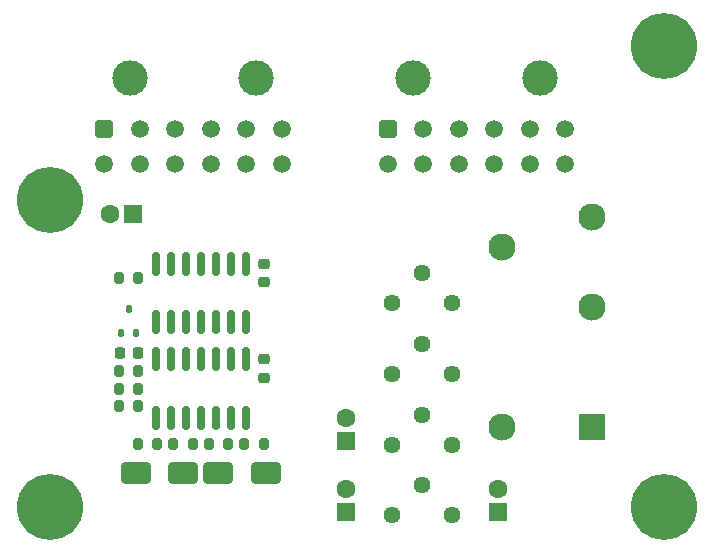
<source format=gbs>
%TF.GenerationSoftware,KiCad,Pcbnew,9.0.4*%
%TF.CreationDate,2026-01-27T00:07:53+00:00*%
%TF.ProjectId,BSPD,42535044-2e6b-4696-9361-645f70636258,1.3.0*%
%TF.SameCoordinates,Original*%
%TF.FileFunction,Soldermask,Bot*%
%TF.FilePolarity,Negative*%
%FSLAX46Y46*%
G04 Gerber Fmt 4.6, Leading zero omitted, Abs format (unit mm)*
G04 Created by KiCad (PCBNEW 9.0.4) date 2026-01-27 00:07:53*
%MOMM*%
%LPD*%
G01*
G04 APERTURE LIST*
G04 Aperture macros list*
%AMRoundRect*
0 Rectangle with rounded corners*
0 $1 Rounding radius*
0 $2 $3 $4 $5 $6 $7 $8 $9 X,Y pos of 4 corners*
0 Add a 4 corners polygon primitive as box body*
4,1,4,$2,$3,$4,$5,$6,$7,$8,$9,$2,$3,0*
0 Add four circle primitives for the rounded corners*
1,1,$1+$1,$2,$3*
1,1,$1+$1,$4,$5*
1,1,$1+$1,$6,$7*
1,1,$1+$1,$8,$9*
0 Add four rect primitives between the rounded corners*
20,1,$1+$1,$2,$3,$4,$5,0*
20,1,$1+$1,$4,$5,$6,$7,0*
20,1,$1+$1,$6,$7,$8,$9,0*
20,1,$1+$1,$8,$9,$2,$3,0*%
G04 Aperture macros list end*
%ADD10C,3.000000*%
%ADD11RoundRect,0.250001X-0.499999X-0.499999X0.499999X-0.499999X0.499999X0.499999X-0.499999X0.499999X0*%
%ADD12C,1.500000*%
%ADD13C,5.600000*%
%ADD14RoundRect,0.250000X0.550000X-0.550000X0.550000X0.550000X-0.550000X0.550000X-0.550000X-0.550000X0*%
%ADD15C,1.600000*%
%ADD16C,1.440000*%
%ADD17R,2.300000X2.300000*%
%ADD18C,2.300000*%
%ADD19RoundRect,0.250000X0.550000X0.550000X-0.550000X0.550000X-0.550000X-0.550000X0.550000X-0.550000X0*%
%ADD20RoundRect,0.200000X0.200000X0.275000X-0.200000X0.275000X-0.200000X-0.275000X0.200000X-0.275000X0*%
%ADD21RoundRect,0.150000X0.150000X-0.825000X0.150000X0.825000X-0.150000X0.825000X-0.150000X-0.825000X0*%
%ADD22RoundRect,0.200000X-0.200000X-0.275000X0.200000X-0.275000X0.200000X0.275000X-0.200000X0.275000X0*%
%ADD23RoundRect,0.225000X0.225000X0.250000X-0.225000X0.250000X-0.225000X-0.250000X0.225000X-0.250000X0*%
%ADD24RoundRect,0.225000X-0.250000X0.225000X-0.250000X-0.225000X0.250000X-0.225000X0.250000X0.225000X0*%
%ADD25RoundRect,0.250000X1.000000X0.650000X-1.000000X0.650000X-1.000000X-0.650000X1.000000X-0.650000X0*%
%ADD26RoundRect,0.112500X0.112500X0.237500X-0.112500X0.237500X-0.112500X-0.237500X0.112500X-0.237500X0*%
G04 APERTURE END LIST*
D10*
X147260000Y-64165000D03*
X157960000Y-64165000D03*
D11*
X145100000Y-68485000D03*
D12*
X148100000Y-68485000D03*
X151100000Y-68485000D03*
X154100000Y-68485000D03*
X157100000Y-68485000D03*
X160100000Y-68485000D03*
X145100000Y-71485000D03*
X148100000Y-71485000D03*
X151100000Y-71485000D03*
X154100000Y-71485000D03*
X157100000Y-71485000D03*
X160100000Y-71485000D03*
D13*
X140500000Y-100500000D03*
D14*
X165550000Y-94955113D03*
D15*
X165550000Y-92955113D03*
D13*
X192500000Y-61500000D03*
D16*
X169460000Y-101230000D03*
X172000000Y-98690000D03*
X174540000Y-101230000D03*
D13*
X140500000Y-74500000D03*
D17*
X186400000Y-93775000D03*
D18*
X186400000Y-83615000D03*
X186400000Y-75995000D03*
X178780000Y-78535000D03*
X178780000Y-93775000D03*
D10*
X171260000Y-64165000D03*
X181960000Y-64165000D03*
D11*
X169100000Y-68485000D03*
D12*
X172100000Y-68485000D03*
X175100000Y-68485000D03*
X178100000Y-68485000D03*
X181100000Y-68485000D03*
X184100000Y-68485000D03*
X169100000Y-71485000D03*
X172100000Y-71485000D03*
X175100000Y-71485000D03*
X178100000Y-71485000D03*
X181100000Y-71485000D03*
X184100000Y-71485000D03*
D16*
X169460000Y-95230000D03*
X172000000Y-92690000D03*
X174540000Y-95230000D03*
X169460000Y-89230000D03*
X172000000Y-86690000D03*
X174540000Y-89230000D03*
X169460000Y-83230000D03*
X172000000Y-80690000D03*
X174540000Y-83230000D03*
D14*
X165550000Y-100955112D03*
D15*
X165550000Y-98955112D03*
D13*
X192500000Y-100500000D03*
D14*
X178450000Y-100955113D03*
D15*
X178450000Y-98955113D03*
D19*
X147555112Y-75700000D03*
D15*
X145555112Y-75700000D03*
D20*
X147977940Y-81150000D03*
X146327940Y-81150000D03*
X147977940Y-90500000D03*
X146327940Y-90500000D03*
D21*
X157062940Y-92975000D03*
X155792940Y-92975000D03*
X154522940Y-92975000D03*
X153252940Y-92975000D03*
X151982940Y-92975000D03*
X150712940Y-92975000D03*
X149442940Y-92975000D03*
X149442940Y-88025000D03*
X150712940Y-88025000D03*
X151982940Y-88025000D03*
X153252940Y-88025000D03*
X154522940Y-88025000D03*
X155792940Y-88025000D03*
X157062940Y-88025000D03*
X157062940Y-84875000D03*
X155792940Y-84875000D03*
X154522940Y-84875000D03*
X153252940Y-84875000D03*
X151982940Y-84875000D03*
X150712940Y-84875000D03*
X149442940Y-84875000D03*
X149442940Y-79925000D03*
X150712940Y-79925000D03*
X151982940Y-79925000D03*
X153252940Y-79925000D03*
X154522940Y-79925000D03*
X155792940Y-79925000D03*
X157062940Y-79925000D03*
D22*
X146327940Y-92000000D03*
X147977940Y-92000000D03*
D23*
X147927940Y-87500000D03*
X146377940Y-87500000D03*
D24*
X158602940Y-79925000D03*
X158602940Y-81475000D03*
D22*
X147925000Y-95150000D03*
X149575000Y-95150000D03*
D20*
X158575000Y-95150000D03*
X156925000Y-95150000D03*
D25*
X158750000Y-97650000D03*
X154750000Y-97650000D03*
D22*
X153925000Y-95150000D03*
X155575000Y-95150000D03*
D24*
X158602940Y-88025000D03*
X158602940Y-89575000D03*
D20*
X152575000Y-95150000D03*
X150925000Y-95150000D03*
D22*
X146327940Y-89000000D03*
X147977940Y-89000000D03*
D26*
X147802940Y-85750000D03*
X146502940Y-85750000D03*
X147152940Y-83750000D03*
D25*
X151750000Y-97650000D03*
X147750000Y-97650000D03*
M02*

</source>
